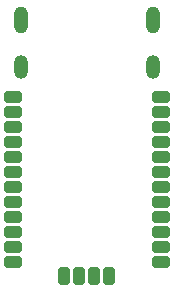
<source format=gbr>
%TF.GenerationSoftware,KiCad,Pcbnew,(6.0.8)*%
%TF.CreationDate,2022-10-31T23:03:35+01:00*%
%TF.ProjectId,epi,6570692e-6b69-4636-9164-5f7063625858,rev?*%
%TF.SameCoordinates,Original*%
%TF.FileFunction,Soldermask,Bot*%
%TF.FilePolarity,Negative*%
%FSLAX46Y46*%
G04 Gerber Fmt 4.6, Leading zero omitted, Abs format (unit mm)*
G04 Created by KiCad (PCBNEW (6.0.8)) date 2022-10-31 23:03:35*
%MOMM*%
%LPD*%
G01*
G04 APERTURE LIST*
G04 Aperture macros list*
%AMRoundRect*
0 Rectangle with rounded corners*
0 $1 Rounding radius*
0 $2 $3 $4 $5 $6 $7 $8 $9 X,Y pos of 4 corners*
0 Add a 4 corners polygon primitive as box body*
4,1,4,$2,$3,$4,$5,$6,$7,$8,$9,$2,$3,0*
0 Add four circle primitives for the rounded corners*
1,1,$1+$1,$2,$3*
1,1,$1+$1,$4,$5*
1,1,$1+$1,$6,$7*
1,1,$1+$1,$8,$9*
0 Add four rect primitives between the rounded corners*
20,1,$1+$1,$2,$3,$4,$5,0*
20,1,$1+$1,$4,$5,$6,$7,0*
20,1,$1+$1,$6,$7,$8,$9,0*
20,1,$1+$1,$8,$9,$2,$3,0*%
G04 Aperture macros list end*
%ADD10RoundRect,0.250000X-0.250000X0.500000X-0.250000X-0.500000X0.250000X-0.500000X0.250000X0.500000X0*%
%ADD11RoundRect,0.250000X-0.500000X-0.250000X0.500000X-0.250000X0.500000X0.250000X-0.500000X0.250000X0*%
%ADD12O,1.200000X2.300000*%
%ADD13O,1.200000X2.000000*%
G04 APERTURE END LIST*
D10*
%TO.C,J3*%
X101900000Y-59400000D03*
X100630000Y-59400000D03*
X99360000Y-59400000D03*
X98090000Y-59400000D03*
%TD*%
D11*
%TO.C,J1*%
X93750000Y-44250000D03*
X93750000Y-45520000D03*
X93750000Y-46790000D03*
X93750000Y-48060000D03*
X93750000Y-49330000D03*
X93750000Y-50600000D03*
X93750000Y-51870000D03*
X93750000Y-53140000D03*
X93750000Y-54410000D03*
X93750000Y-55680000D03*
X93750000Y-56950000D03*
X93750000Y-58220000D03*
%TD*%
D12*
%TO.C,J4*%
X105600000Y-37705000D03*
D13*
X105600000Y-41705000D03*
D12*
X94400000Y-37705000D03*
D13*
X94400000Y-41705000D03*
%TD*%
D11*
%TO.C,J2*%
X106250000Y-44250000D03*
X106250000Y-45520000D03*
X106250000Y-46790000D03*
X106250000Y-48060000D03*
X106250000Y-49330000D03*
X106250000Y-50600000D03*
X106250000Y-51870000D03*
X106250000Y-53140000D03*
X106250000Y-54410000D03*
X106250000Y-55680000D03*
X106250000Y-56950000D03*
X106250000Y-58220000D03*
%TD*%
M02*

</source>
